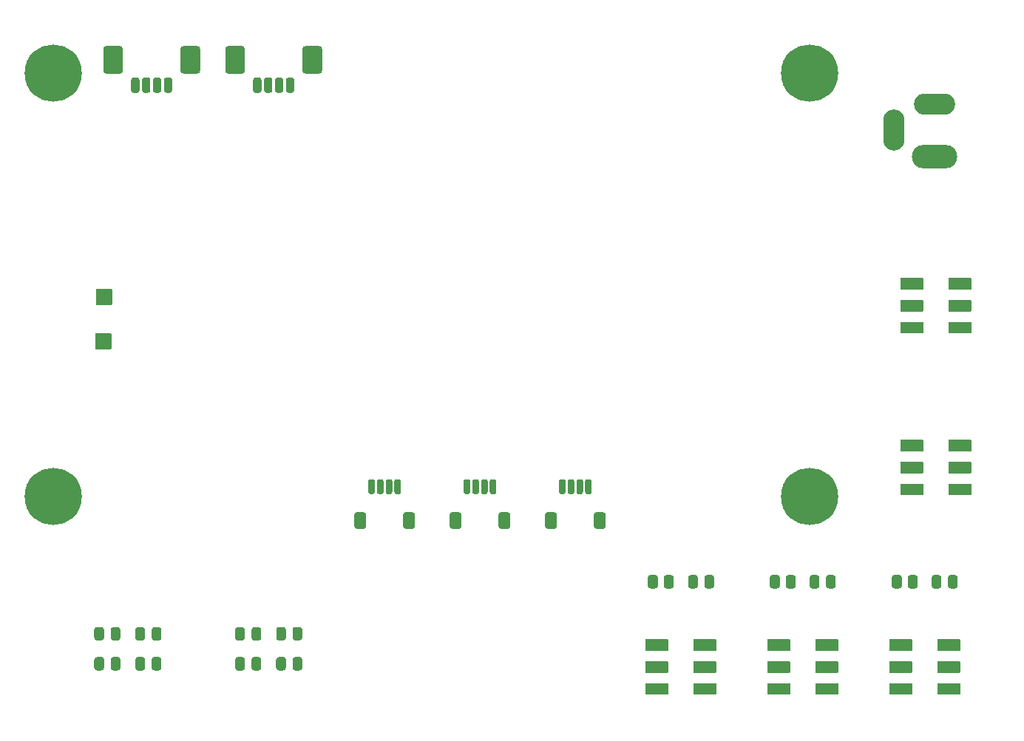
<source format=gts>
G04 #@! TF.GenerationSoftware,KiCad,Pcbnew,6.0.10-86aedd382b~118~ubuntu18.04.1*
G04 #@! TF.CreationDate,2024-12-31T19:53:44-07:00*
G04 #@! TF.ProjectId,ckt-iiab-test,636b742d-6969-4616-922d-746573742e6b,rev?*
G04 #@! TF.SameCoordinates,Original*
G04 #@! TF.FileFunction,Soldermask,Top*
G04 #@! TF.FilePolarity,Negative*
%FSLAX46Y46*%
G04 Gerber Fmt 4.6, Leading zero omitted, Abs format (unit mm)*
G04 Created by KiCad (PCBNEW 6.0.10-86aedd382b~118~ubuntu18.04.1) date 2024-12-31 19:53:44*
%MOMM*%
%LPD*%
G01*
G04 APERTURE LIST*
%ADD10C,6.552400*%
%ADD11O,5.204000X2.704000*%
%ADD12O,4.704000X2.454000*%
%ADD13O,2.454000X4.704000*%
G04 APERTURE END LIST*
G36*
G01*
X95442200Y-71142000D02*
X95442200Y-72342000D01*
G75*
G02*
X95166000Y-72618200I-276200J0D01*
G01*
X94766000Y-72618200D01*
G75*
G02*
X94489800Y-72342000I0J276200D01*
G01*
X94489800Y-71142000D01*
G75*
G02*
X94766000Y-70865800I276200J0D01*
G01*
X95166000Y-70865800D01*
G75*
G02*
X95442200Y-71142000I0J-276200D01*
G01*
G37*
G36*
G01*
X94192200Y-71142000D02*
X94192200Y-72342000D01*
G75*
G02*
X93916000Y-72618200I-276200J0D01*
G01*
X93516000Y-72618200D01*
G75*
G02*
X93239800Y-72342000I0J276200D01*
G01*
X93239800Y-71142000D01*
G75*
G02*
X93516000Y-70865800I276200J0D01*
G01*
X93916000Y-70865800D01*
G75*
G02*
X94192200Y-71142000I0J-276200D01*
G01*
G37*
G36*
G01*
X92942200Y-71142000D02*
X92942200Y-72342000D01*
G75*
G02*
X92666000Y-72618200I-276200J0D01*
G01*
X92266000Y-72618200D01*
G75*
G02*
X91989800Y-72342000I0J276200D01*
G01*
X91989800Y-71142000D01*
G75*
G02*
X92266000Y-70865800I276200J0D01*
G01*
X92666000Y-70865800D01*
G75*
G02*
X92942200Y-71142000I0J-276200D01*
G01*
G37*
G36*
G01*
X91692200Y-71142000D02*
X91692200Y-72342000D01*
G75*
G02*
X91416000Y-72618200I-276200J0D01*
G01*
X91016000Y-72618200D01*
G75*
G02*
X90739800Y-72342000I0J276200D01*
G01*
X90739800Y-71142000D01*
G75*
G02*
X91016000Y-70865800I276200J0D01*
G01*
X91416000Y-70865800D01*
G75*
G02*
X91692200Y-71142000I0J-276200D01*
G01*
G37*
G36*
G01*
X89792200Y-67592001D02*
X89792200Y-70091999D01*
G75*
G02*
X89465999Y-70418200I-326201J0D01*
G01*
X87866001Y-70418200D01*
G75*
G02*
X87539800Y-70091999I0J326201D01*
G01*
X87539800Y-67592001D01*
G75*
G02*
X87866001Y-67265800I326201J0D01*
G01*
X89465999Y-67265800D01*
G75*
G02*
X89792200Y-67592001I0J-326201D01*
G01*
G37*
G36*
G01*
X98642200Y-67592001D02*
X98642200Y-70091999D01*
G75*
G02*
X98315999Y-70418200I-326201J0D01*
G01*
X96716001Y-70418200D01*
G75*
G02*
X96389800Y-70091999I0J326201D01*
G01*
X96389800Y-67592001D01*
G75*
G02*
X96716001Y-67265800I326201J0D01*
G01*
X98315999Y-67265800D01*
G75*
G02*
X98642200Y-67592001I0J-326201D01*
G01*
G37*
D10*
X168402000Y-118872000D03*
G36*
G01*
X128806800Y-118386000D02*
X128806800Y-117136000D01*
G75*
G02*
X129033000Y-116909800I226200J0D01*
G01*
X129333000Y-116909800D01*
G75*
G02*
X129559200Y-117136000I0J-226200D01*
G01*
X129559200Y-118386000D01*
G75*
G02*
X129333000Y-118612200I-226200J0D01*
G01*
X129033000Y-118612200D01*
G75*
G02*
X128806800Y-118386000I0J226200D01*
G01*
G37*
G36*
G01*
X129806800Y-118386000D02*
X129806800Y-117136000D01*
G75*
G02*
X130033000Y-116909800I226200J0D01*
G01*
X130333000Y-116909800D01*
G75*
G02*
X130559200Y-117136000I0J-226200D01*
G01*
X130559200Y-118386000D01*
G75*
G02*
X130333000Y-118612200I-226200J0D01*
G01*
X130033000Y-118612200D01*
G75*
G02*
X129806800Y-118386000I0J226200D01*
G01*
G37*
G36*
G01*
X130806800Y-118386000D02*
X130806800Y-117136000D01*
G75*
G02*
X131033000Y-116909800I226200J0D01*
G01*
X131333000Y-116909800D01*
G75*
G02*
X131559200Y-117136000I0J-226200D01*
G01*
X131559200Y-118386000D01*
G75*
G02*
X131333000Y-118612200I-226200J0D01*
G01*
X131033000Y-118612200D01*
G75*
G02*
X130806800Y-118386000I0J226200D01*
G01*
G37*
G36*
G01*
X131806800Y-118386000D02*
X131806800Y-117136000D01*
G75*
G02*
X132033000Y-116909800I226200J0D01*
G01*
X132333000Y-116909800D01*
G75*
G02*
X132559200Y-117136000I0J-226200D01*
G01*
X132559200Y-118386000D01*
G75*
G02*
X132333000Y-118612200I-226200J0D01*
G01*
X132033000Y-118612200D01*
G75*
G02*
X131806800Y-118386000I0J226200D01*
G01*
G37*
G36*
G01*
X127206800Y-122286000D02*
X127206800Y-120986000D01*
G75*
G02*
X127533000Y-120659800I326200J0D01*
G01*
X128233000Y-120659800D01*
G75*
G02*
X128559200Y-120986000I0J-326200D01*
G01*
X128559200Y-122286000D01*
G75*
G02*
X128233000Y-122612200I-326200J0D01*
G01*
X127533000Y-122612200D01*
G75*
G02*
X127206800Y-122286000I0J326200D01*
G01*
G37*
G36*
G01*
X132806800Y-122286000D02*
X132806800Y-120986000D01*
G75*
G02*
X133133000Y-120659800I326200J0D01*
G01*
X133833000Y-120659800D01*
G75*
G02*
X134159200Y-120986000I0J-326200D01*
G01*
X134159200Y-122286000D01*
G75*
G02*
X133833000Y-122612200I-326200J0D01*
G01*
X133133000Y-122612200D01*
G75*
G02*
X132806800Y-122286000I0J326200D01*
G01*
G37*
X168402000Y-70358000D03*
G36*
G01*
X180825200Y-128201000D02*
X180825200Y-129101000D01*
G75*
G02*
X180499000Y-129427200I-326200J0D01*
G01*
X179974000Y-129427200D01*
G75*
G02*
X179647800Y-129101000I0J326200D01*
G01*
X179647800Y-128201000D01*
G75*
G02*
X179974000Y-127874800I326200J0D01*
G01*
X180499000Y-127874800D01*
G75*
G02*
X180825200Y-128201000I0J-326200D01*
G01*
G37*
G36*
G01*
X179000200Y-128201000D02*
X179000200Y-129101000D01*
G75*
G02*
X178674000Y-129427200I-326200J0D01*
G01*
X178149000Y-129427200D01*
G75*
G02*
X177822800Y-129101000I0J326200D01*
G01*
X177822800Y-128201000D01*
G75*
G02*
X178149000Y-127874800I326200J0D01*
G01*
X178674000Y-127874800D01*
G75*
G02*
X179000200Y-128201000I0J-326200D01*
G01*
G37*
G36*
G01*
X152885200Y-128201000D02*
X152885200Y-129101000D01*
G75*
G02*
X152559000Y-129427200I-326200J0D01*
G01*
X152034000Y-129427200D01*
G75*
G02*
X151707800Y-129101000I0J326200D01*
G01*
X151707800Y-128201000D01*
G75*
G02*
X152034000Y-127874800I326200J0D01*
G01*
X152559000Y-127874800D01*
G75*
G02*
X152885200Y-128201000I0J-326200D01*
G01*
G37*
G36*
G01*
X151060200Y-128201000D02*
X151060200Y-129101000D01*
G75*
G02*
X150734000Y-129427200I-326200J0D01*
G01*
X150209000Y-129427200D01*
G75*
G02*
X149882800Y-129101000I0J326200D01*
G01*
X149882800Y-128201000D01*
G75*
G02*
X150209000Y-127874800I326200J0D01*
G01*
X150734000Y-127874800D01*
G75*
G02*
X151060200Y-128201000I0J-326200D01*
G01*
G37*
G36*
G01*
X86509800Y-135076250D02*
X86509800Y-134163750D01*
G75*
G02*
X86829750Y-133843800I319950J0D01*
G01*
X87317250Y-133843800D01*
G75*
G02*
X87637200Y-134163750I0J-319950D01*
G01*
X87637200Y-135076250D01*
G75*
G02*
X87317250Y-135396200I-319950J0D01*
G01*
X86829750Y-135396200D01*
G75*
G02*
X86509800Y-135076250I0J319950D01*
G01*
G37*
G36*
G01*
X88384800Y-135076250D02*
X88384800Y-134163750D01*
G75*
G02*
X88704750Y-133843800I319950J0D01*
G01*
X89192250Y-133843800D01*
G75*
G02*
X89512200Y-134163750I0J-319950D01*
G01*
X89512200Y-135076250D01*
G75*
G02*
X89192250Y-135396200I-319950J0D01*
G01*
X88704750Y-135396200D01*
G75*
G02*
X88384800Y-135076250I0J319950D01*
G01*
G37*
X81788000Y-118872000D03*
X81788000Y-70358000D03*
G36*
G01*
X171716700Y-140333100D02*
X171716700Y-141526900D01*
G75*
G02*
X171640500Y-141603100I-76200J0D01*
G01*
X169151300Y-141603100D01*
G75*
G02*
X169075100Y-141526900I0J76200D01*
G01*
X169075100Y-140333100D01*
G75*
G02*
X169151300Y-140256900I76200J0D01*
G01*
X171640500Y-140256900D01*
G75*
G02*
X171716700Y-140333100I0J-76200D01*
G01*
G37*
G36*
G01*
X171716700Y-137833100D02*
X171716700Y-139026900D01*
G75*
G02*
X171640500Y-139103100I-76200J0D01*
G01*
X169151300Y-139103100D01*
G75*
G02*
X169075100Y-139026900I0J76200D01*
G01*
X169075100Y-137833100D01*
G75*
G02*
X169151300Y-137756900I76200J0D01*
G01*
X171640500Y-137756900D01*
G75*
G02*
X171716700Y-137833100I0J-76200D01*
G01*
G37*
G36*
G01*
X171716700Y-135333100D02*
X171716700Y-136526900D01*
G75*
G02*
X171640500Y-136603100I-76200J0D01*
G01*
X169151300Y-136603100D01*
G75*
G02*
X169075100Y-136526900I0J76200D01*
G01*
X169075100Y-135333100D01*
G75*
G02*
X169151300Y-135256900I76200J0D01*
G01*
X171640500Y-135256900D01*
G75*
G02*
X171716700Y-135333100I0J-76200D01*
G01*
G37*
G36*
G01*
X166204900Y-140333100D02*
X166204900Y-141526900D01*
G75*
G02*
X166128700Y-141603100I-76200J0D01*
G01*
X163639500Y-141603100D01*
G75*
G02*
X163563300Y-141526900I0J76200D01*
G01*
X163563300Y-140333100D01*
G75*
G02*
X163639500Y-140256900I76200J0D01*
G01*
X166128700Y-140256900D01*
G75*
G02*
X166204900Y-140333100I0J-76200D01*
G01*
G37*
G36*
G01*
X166204900Y-137833100D02*
X166204900Y-139026900D01*
G75*
G02*
X166128700Y-139103100I-76200J0D01*
G01*
X163639500Y-139103100D01*
G75*
G02*
X163563300Y-139026900I0J76200D01*
G01*
X163563300Y-137833100D01*
G75*
G02*
X163639500Y-137756900I76200J0D01*
G01*
X166128700Y-137756900D01*
G75*
G02*
X166204900Y-137833100I0J-76200D01*
G01*
G37*
G36*
G01*
X166204900Y-135333100D02*
X166204900Y-136526900D01*
G75*
G02*
X166128700Y-136603100I-76200J0D01*
G01*
X163639500Y-136603100D01*
G75*
G02*
X163563300Y-136526900I0J76200D01*
G01*
X163563300Y-135333100D01*
G75*
G02*
X163639500Y-135256900I76200J0D01*
G01*
X166128700Y-135256900D01*
G75*
G02*
X166204900Y-135333100I0J-76200D01*
G01*
G37*
G36*
G01*
X94211200Y-137592750D02*
X94211200Y-138505250D01*
G75*
G02*
X93891250Y-138825200I-319950J0D01*
G01*
X93403750Y-138825200D01*
G75*
G02*
X93083800Y-138505250I0J319950D01*
G01*
X93083800Y-137592750D01*
G75*
G02*
X93403750Y-137272800I319950J0D01*
G01*
X93891250Y-137272800D01*
G75*
G02*
X94211200Y-137592750I0J-319950D01*
G01*
G37*
G36*
G01*
X92336200Y-137592750D02*
X92336200Y-138505250D01*
G75*
G02*
X92016250Y-138825200I-319950J0D01*
G01*
X91528750Y-138825200D01*
G75*
G02*
X91208800Y-138505250I0J319950D01*
G01*
X91208800Y-137592750D01*
G75*
G02*
X91528750Y-137272800I319950J0D01*
G01*
X92016250Y-137272800D01*
G75*
G02*
X92336200Y-137592750I0J-319950D01*
G01*
G37*
G36*
G01*
X185397200Y-128194750D02*
X185397200Y-129107250D01*
G75*
G02*
X185077250Y-129427200I-319950J0D01*
G01*
X184589750Y-129427200D01*
G75*
G02*
X184269800Y-129107250I0J319950D01*
G01*
X184269800Y-128194750D01*
G75*
G02*
X184589750Y-127874800I319950J0D01*
G01*
X185077250Y-127874800D01*
G75*
G02*
X185397200Y-128194750I0J-319950D01*
G01*
G37*
G36*
G01*
X183522200Y-128194750D02*
X183522200Y-129107250D01*
G75*
G02*
X183202250Y-129427200I-319950J0D01*
G01*
X182714750Y-129427200D01*
G75*
G02*
X182394800Y-129107250I0J319950D01*
G01*
X182394800Y-128194750D01*
G75*
G02*
X182714750Y-127874800I319950J0D01*
G01*
X183202250Y-127874800D01*
G75*
G02*
X183522200Y-128194750I0J-319950D01*
G01*
G37*
G36*
G01*
X110340200Y-137592750D02*
X110340200Y-138505250D01*
G75*
G02*
X110020250Y-138825200I-319950J0D01*
G01*
X109532750Y-138825200D01*
G75*
G02*
X109212800Y-138505250I0J319950D01*
G01*
X109212800Y-137592750D01*
G75*
G02*
X109532750Y-137272800I319950J0D01*
G01*
X110020250Y-137272800D01*
G75*
G02*
X110340200Y-137592750I0J-319950D01*
G01*
G37*
G36*
G01*
X108465200Y-137592750D02*
X108465200Y-138505250D01*
G75*
G02*
X108145250Y-138825200I-319950J0D01*
G01*
X107657750Y-138825200D01*
G75*
G02*
X107337800Y-138505250I0J319950D01*
G01*
X107337800Y-137592750D01*
G75*
G02*
X107657750Y-137272800I319950J0D01*
G01*
X108145250Y-137272800D01*
G75*
G02*
X108465200Y-137592750I0J-319950D01*
G01*
G37*
G36*
G01*
X171427200Y-128194750D02*
X171427200Y-129107250D01*
G75*
G02*
X171107250Y-129427200I-319950J0D01*
G01*
X170619750Y-129427200D01*
G75*
G02*
X170299800Y-129107250I0J319950D01*
G01*
X170299800Y-128194750D01*
G75*
G02*
X170619750Y-127874800I319950J0D01*
G01*
X171107250Y-127874800D01*
G75*
G02*
X171427200Y-128194750I0J-319950D01*
G01*
G37*
G36*
G01*
X169552200Y-128194750D02*
X169552200Y-129107250D01*
G75*
G02*
X169232250Y-129427200I-319950J0D01*
G01*
X168744750Y-129427200D01*
G75*
G02*
X168424800Y-129107250I0J319950D01*
G01*
X168424800Y-128194750D01*
G75*
G02*
X168744750Y-127874800I319950J0D01*
G01*
X169232250Y-127874800D01*
G75*
G02*
X169552200Y-128194750I0J-319950D01*
G01*
G37*
G36*
G01*
X117884800Y-118386000D02*
X117884800Y-117136000D01*
G75*
G02*
X118111000Y-116909800I226200J0D01*
G01*
X118411000Y-116909800D01*
G75*
G02*
X118637200Y-117136000I0J-226200D01*
G01*
X118637200Y-118386000D01*
G75*
G02*
X118411000Y-118612200I-226200J0D01*
G01*
X118111000Y-118612200D01*
G75*
G02*
X117884800Y-118386000I0J226200D01*
G01*
G37*
G36*
G01*
X118884800Y-118386000D02*
X118884800Y-117136000D01*
G75*
G02*
X119111000Y-116909800I226200J0D01*
G01*
X119411000Y-116909800D01*
G75*
G02*
X119637200Y-117136000I0J-226200D01*
G01*
X119637200Y-118386000D01*
G75*
G02*
X119411000Y-118612200I-226200J0D01*
G01*
X119111000Y-118612200D01*
G75*
G02*
X118884800Y-118386000I0J226200D01*
G01*
G37*
G36*
G01*
X119884800Y-118386000D02*
X119884800Y-117136000D01*
G75*
G02*
X120111000Y-116909800I226200J0D01*
G01*
X120411000Y-116909800D01*
G75*
G02*
X120637200Y-117136000I0J-226200D01*
G01*
X120637200Y-118386000D01*
G75*
G02*
X120411000Y-118612200I-226200J0D01*
G01*
X120111000Y-118612200D01*
G75*
G02*
X119884800Y-118386000I0J226200D01*
G01*
G37*
G36*
G01*
X120884800Y-118386000D02*
X120884800Y-117136000D01*
G75*
G02*
X121111000Y-116909800I226200J0D01*
G01*
X121411000Y-116909800D01*
G75*
G02*
X121637200Y-117136000I0J-226200D01*
G01*
X121637200Y-118386000D01*
G75*
G02*
X121411000Y-118612200I-226200J0D01*
G01*
X121111000Y-118612200D01*
G75*
G02*
X120884800Y-118386000I0J226200D01*
G01*
G37*
G36*
G01*
X116284800Y-122286000D02*
X116284800Y-120986000D01*
G75*
G02*
X116611000Y-120659800I326200J0D01*
G01*
X117311000Y-120659800D01*
G75*
G02*
X117637200Y-120986000I0J-326200D01*
G01*
X117637200Y-122286000D01*
G75*
G02*
X117311000Y-122612200I-326200J0D01*
G01*
X116611000Y-122612200D01*
G75*
G02*
X116284800Y-122286000I0J326200D01*
G01*
G37*
G36*
G01*
X121884800Y-122286000D02*
X121884800Y-120986000D01*
G75*
G02*
X122211000Y-120659800I326200J0D01*
G01*
X122911000Y-120659800D01*
G75*
G02*
X123237200Y-120986000I0J-326200D01*
G01*
X123237200Y-122286000D01*
G75*
G02*
X122911000Y-122612200I-326200J0D01*
G01*
X122211000Y-122612200D01*
G75*
G02*
X121884800Y-122286000I0J326200D01*
G01*
G37*
G36*
G01*
X107342800Y-135068250D02*
X107342800Y-134155750D01*
G75*
G02*
X107662750Y-133835800I319950J0D01*
G01*
X108150250Y-133835800D01*
G75*
G02*
X108470200Y-134155750I0J-319950D01*
G01*
X108470200Y-135068250D01*
G75*
G02*
X108150250Y-135388200I-319950J0D01*
G01*
X107662750Y-135388200D01*
G75*
G02*
X107342800Y-135068250I0J319950D01*
G01*
G37*
G36*
G01*
X109217800Y-135068250D02*
X109217800Y-134155750D01*
G75*
G02*
X109537750Y-133835800I319950J0D01*
G01*
X110025250Y-133835800D01*
G75*
G02*
X110345200Y-134155750I0J-319950D01*
G01*
X110345200Y-135068250D01*
G75*
G02*
X110025250Y-135388200I-319950J0D01*
G01*
X109537750Y-135388200D01*
G75*
G02*
X109217800Y-135068250I0J319950D01*
G01*
G37*
G36*
G01*
X109412200Y-71142000D02*
X109412200Y-72342000D01*
G75*
G02*
X109136000Y-72618200I-276200J0D01*
G01*
X108736000Y-72618200D01*
G75*
G02*
X108459800Y-72342000I0J276200D01*
G01*
X108459800Y-71142000D01*
G75*
G02*
X108736000Y-70865800I276200J0D01*
G01*
X109136000Y-70865800D01*
G75*
G02*
X109412200Y-71142000I0J-276200D01*
G01*
G37*
G36*
G01*
X108162200Y-71142000D02*
X108162200Y-72342000D01*
G75*
G02*
X107886000Y-72618200I-276200J0D01*
G01*
X107486000Y-72618200D01*
G75*
G02*
X107209800Y-72342000I0J276200D01*
G01*
X107209800Y-71142000D01*
G75*
G02*
X107486000Y-70865800I276200J0D01*
G01*
X107886000Y-70865800D01*
G75*
G02*
X108162200Y-71142000I0J-276200D01*
G01*
G37*
G36*
G01*
X106912200Y-71142000D02*
X106912200Y-72342000D01*
G75*
G02*
X106636000Y-72618200I-276200J0D01*
G01*
X106236000Y-72618200D01*
G75*
G02*
X105959800Y-72342000I0J276200D01*
G01*
X105959800Y-71142000D01*
G75*
G02*
X106236000Y-70865800I276200J0D01*
G01*
X106636000Y-70865800D01*
G75*
G02*
X106912200Y-71142000I0J-276200D01*
G01*
G37*
G36*
G01*
X105662200Y-71142000D02*
X105662200Y-72342000D01*
G75*
G02*
X105386000Y-72618200I-276200J0D01*
G01*
X104986000Y-72618200D01*
G75*
G02*
X104709800Y-72342000I0J276200D01*
G01*
X104709800Y-71142000D01*
G75*
G02*
X104986000Y-70865800I276200J0D01*
G01*
X105386000Y-70865800D01*
G75*
G02*
X105662200Y-71142000I0J-276200D01*
G01*
G37*
G36*
G01*
X103762200Y-67592001D02*
X103762200Y-70091999D01*
G75*
G02*
X103435999Y-70418200I-326201J0D01*
G01*
X101836001Y-70418200D01*
G75*
G02*
X101509800Y-70091999I0J326201D01*
G01*
X101509800Y-67592001D01*
G75*
G02*
X101836001Y-67265800I326201J0D01*
G01*
X103435999Y-67265800D01*
G75*
G02*
X103762200Y-67592001I0J-326201D01*
G01*
G37*
G36*
G01*
X112612200Y-67592001D02*
X112612200Y-70091999D01*
G75*
G02*
X112285999Y-70418200I-326201J0D01*
G01*
X110686001Y-70418200D01*
G75*
G02*
X110359800Y-70091999I0J326201D01*
G01*
X110359800Y-67592001D01*
G75*
G02*
X110686001Y-67265800I326201J0D01*
G01*
X112285999Y-67265800D01*
G75*
G02*
X112612200Y-67592001I0J-326201D01*
G01*
G37*
G36*
G01*
X178803300Y-95124900D02*
X178803300Y-93931100D01*
G75*
G02*
X178879500Y-93854900I76200J0D01*
G01*
X181368700Y-93854900D01*
G75*
G02*
X181444900Y-93931100I0J-76200D01*
G01*
X181444900Y-95124900D01*
G75*
G02*
X181368700Y-95201100I-76200J0D01*
G01*
X178879500Y-95201100D01*
G75*
G02*
X178803300Y-95124900I0J76200D01*
G01*
G37*
G36*
G01*
X178803300Y-97624900D02*
X178803300Y-96431100D01*
G75*
G02*
X178879500Y-96354900I76200J0D01*
G01*
X181368700Y-96354900D01*
G75*
G02*
X181444900Y-96431100I0J-76200D01*
G01*
X181444900Y-97624900D01*
G75*
G02*
X181368700Y-97701100I-76200J0D01*
G01*
X178879500Y-97701100D01*
G75*
G02*
X178803300Y-97624900I0J76200D01*
G01*
G37*
G36*
G01*
X178803300Y-100124900D02*
X178803300Y-98931100D01*
G75*
G02*
X178879500Y-98854900I76200J0D01*
G01*
X181368700Y-98854900D01*
G75*
G02*
X181444900Y-98931100I0J-76200D01*
G01*
X181444900Y-100124900D01*
G75*
G02*
X181368700Y-100201100I-76200J0D01*
G01*
X178879500Y-100201100D01*
G75*
G02*
X178803300Y-100124900I0J76200D01*
G01*
G37*
G36*
G01*
X184315100Y-95124900D02*
X184315100Y-93931100D01*
G75*
G02*
X184391300Y-93854900I76200J0D01*
G01*
X186880500Y-93854900D01*
G75*
G02*
X186956700Y-93931100I0J-76200D01*
G01*
X186956700Y-95124900D01*
G75*
G02*
X186880500Y-95201100I-76200J0D01*
G01*
X184391300Y-95201100D01*
G75*
G02*
X184315100Y-95124900I0J76200D01*
G01*
G37*
G36*
G01*
X184315100Y-97624900D02*
X184315100Y-96431100D01*
G75*
G02*
X184391300Y-96354900I76200J0D01*
G01*
X186880500Y-96354900D01*
G75*
G02*
X186956700Y-96431100I0J-76200D01*
G01*
X186956700Y-97624900D01*
G75*
G02*
X186880500Y-97701100I-76200J0D01*
G01*
X184391300Y-97701100D01*
G75*
G02*
X184315100Y-97624900I0J76200D01*
G01*
G37*
G36*
G01*
X184315100Y-100124900D02*
X184315100Y-98931100D01*
G75*
G02*
X184391300Y-98854900I76200J0D01*
G01*
X186880500Y-98854900D01*
G75*
G02*
X186956700Y-98931100I0J-76200D01*
G01*
X186956700Y-100124900D01*
G75*
G02*
X186880500Y-100201100I-76200J0D01*
G01*
X184391300Y-100201100D01*
G75*
G02*
X184315100Y-100124900I0J76200D01*
G01*
G37*
G36*
G01*
X89512200Y-137592750D02*
X89512200Y-138505250D01*
G75*
G02*
X89192250Y-138825200I-319950J0D01*
G01*
X88704750Y-138825200D01*
G75*
G02*
X88384800Y-138505250I0J319950D01*
G01*
X88384800Y-137592750D01*
G75*
G02*
X88704750Y-137272800I319950J0D01*
G01*
X89192250Y-137272800D01*
G75*
G02*
X89512200Y-137592750I0J-319950D01*
G01*
G37*
G36*
G01*
X87637200Y-137592750D02*
X87637200Y-138505250D01*
G75*
G02*
X87317250Y-138825200I-319950J0D01*
G01*
X86829750Y-138825200D01*
G75*
G02*
X86509800Y-138505250I0J319950D01*
G01*
X86509800Y-137592750D01*
G75*
G02*
X86829750Y-137272800I319950J0D01*
G01*
X87317250Y-137272800D01*
G75*
G02*
X87637200Y-137592750I0J-319950D01*
G01*
G37*
G36*
G01*
X157505700Y-128194750D02*
X157505700Y-129107250D01*
G75*
G02*
X157185750Y-129427200I-319950J0D01*
G01*
X156698250Y-129427200D01*
G75*
G02*
X156378300Y-129107250I0J319950D01*
G01*
X156378300Y-128194750D01*
G75*
G02*
X156698250Y-127874800I319950J0D01*
G01*
X157185750Y-127874800D01*
G75*
G02*
X157505700Y-128194750I0J-319950D01*
G01*
G37*
G36*
G01*
X155630700Y-128194750D02*
X155630700Y-129107250D01*
G75*
G02*
X155310750Y-129427200I-319950J0D01*
G01*
X154823250Y-129427200D01*
G75*
G02*
X154503300Y-129107250I0J319950D01*
G01*
X154503300Y-128194750D01*
G75*
G02*
X154823250Y-127874800I319950J0D01*
G01*
X155310750Y-127874800D01*
G75*
G02*
X155630700Y-128194750I0J-319950D01*
G01*
G37*
G36*
G01*
X166855200Y-128201000D02*
X166855200Y-129101000D01*
G75*
G02*
X166529000Y-129427200I-326200J0D01*
G01*
X166004000Y-129427200D01*
G75*
G02*
X165677800Y-129101000I0J326200D01*
G01*
X165677800Y-128201000D01*
G75*
G02*
X166004000Y-127874800I326200J0D01*
G01*
X166529000Y-127874800D01*
G75*
G02*
X166855200Y-128201000I0J-326200D01*
G01*
G37*
G36*
G01*
X165030200Y-128201000D02*
X165030200Y-129101000D01*
G75*
G02*
X164704000Y-129427200I-326200J0D01*
G01*
X164179000Y-129427200D01*
G75*
G02*
X163852800Y-129101000I0J326200D01*
G01*
X163852800Y-128201000D01*
G75*
G02*
X164179000Y-127874800I326200J0D01*
G01*
X164704000Y-127874800D01*
G75*
G02*
X165030200Y-128201000I0J-326200D01*
G01*
G37*
G36*
G01*
X91208800Y-135076250D02*
X91208800Y-134163750D01*
G75*
G02*
X91528750Y-133843800I319950J0D01*
G01*
X92016250Y-133843800D01*
G75*
G02*
X92336200Y-134163750I0J-319950D01*
G01*
X92336200Y-135076250D01*
G75*
G02*
X92016250Y-135396200I-319950J0D01*
G01*
X91528750Y-135396200D01*
G75*
G02*
X91208800Y-135076250I0J319950D01*
G01*
G37*
G36*
G01*
X93083800Y-135076250D02*
X93083800Y-134163750D01*
G75*
G02*
X93403750Y-133843800I319950J0D01*
G01*
X93891250Y-133843800D01*
G75*
G02*
X94211200Y-134163750I0J-319950D01*
G01*
X94211200Y-135076250D01*
G75*
G02*
X93891250Y-135396200I-319950J0D01*
G01*
X93403750Y-135396200D01*
G75*
G02*
X93083800Y-135076250I0J319950D01*
G01*
G37*
D11*
X182753000Y-79906000D03*
D12*
X182753000Y-73906000D03*
D13*
X178053000Y-76906000D03*
G36*
G01*
X178803300Y-113666900D02*
X178803300Y-112473100D01*
G75*
G02*
X178879500Y-112396900I76200J0D01*
G01*
X181368700Y-112396900D01*
G75*
G02*
X181444900Y-112473100I0J-76200D01*
G01*
X181444900Y-113666900D01*
G75*
G02*
X181368700Y-113743100I-76200J0D01*
G01*
X178879500Y-113743100D01*
G75*
G02*
X178803300Y-113666900I0J76200D01*
G01*
G37*
G36*
G01*
X178803300Y-116166900D02*
X178803300Y-114973100D01*
G75*
G02*
X178879500Y-114896900I76200J0D01*
G01*
X181368700Y-114896900D01*
G75*
G02*
X181444900Y-114973100I0J-76200D01*
G01*
X181444900Y-116166900D01*
G75*
G02*
X181368700Y-116243100I-76200J0D01*
G01*
X178879500Y-116243100D01*
G75*
G02*
X178803300Y-116166900I0J76200D01*
G01*
G37*
G36*
G01*
X178803300Y-118666900D02*
X178803300Y-117473100D01*
G75*
G02*
X178879500Y-117396900I76200J0D01*
G01*
X181368700Y-117396900D01*
G75*
G02*
X181444900Y-117473100I0J-76200D01*
G01*
X181444900Y-118666900D01*
G75*
G02*
X181368700Y-118743100I-76200J0D01*
G01*
X178879500Y-118743100D01*
G75*
G02*
X178803300Y-118666900I0J76200D01*
G01*
G37*
G36*
G01*
X184315100Y-113666900D02*
X184315100Y-112473100D01*
G75*
G02*
X184391300Y-112396900I76200J0D01*
G01*
X186880500Y-112396900D01*
G75*
G02*
X186956700Y-112473100I0J-76200D01*
G01*
X186956700Y-113666900D01*
G75*
G02*
X186880500Y-113743100I-76200J0D01*
G01*
X184391300Y-113743100D01*
G75*
G02*
X184315100Y-113666900I0J76200D01*
G01*
G37*
G36*
G01*
X184315100Y-116166900D02*
X184315100Y-114973100D01*
G75*
G02*
X184391300Y-114896900I76200J0D01*
G01*
X186880500Y-114896900D01*
G75*
G02*
X186956700Y-114973100I0J-76200D01*
G01*
X186956700Y-116166900D01*
G75*
G02*
X186880500Y-116243100I-76200J0D01*
G01*
X184391300Y-116243100D01*
G75*
G02*
X184315100Y-116166900I0J76200D01*
G01*
G37*
G36*
G01*
X184315100Y-118666900D02*
X184315100Y-117473100D01*
G75*
G02*
X184391300Y-117396900I76200J0D01*
G01*
X186880500Y-117396900D01*
G75*
G02*
X186956700Y-117473100I0J-76200D01*
G01*
X186956700Y-118666900D01*
G75*
G02*
X186880500Y-118743100I-76200J0D01*
G01*
X184391300Y-118743100D01*
G75*
G02*
X184315100Y-118666900I0J76200D01*
G01*
G37*
G36*
G01*
X102638800Y-135076250D02*
X102638800Y-134163750D01*
G75*
G02*
X102958750Y-133843800I319950J0D01*
G01*
X103446250Y-133843800D01*
G75*
G02*
X103766200Y-134163750I0J-319950D01*
G01*
X103766200Y-135076250D01*
G75*
G02*
X103446250Y-135396200I-319950J0D01*
G01*
X102958750Y-135396200D01*
G75*
G02*
X102638800Y-135076250I0J319950D01*
G01*
G37*
G36*
G01*
X104513800Y-135076250D02*
X104513800Y-134163750D01*
G75*
G02*
X104833750Y-133843800I319950J0D01*
G01*
X105321250Y-133843800D01*
G75*
G02*
X105641200Y-134163750I0J-319950D01*
G01*
X105641200Y-135076250D01*
G75*
G02*
X105321250Y-135396200I-319950J0D01*
G01*
X104833750Y-135396200D01*
G75*
G02*
X104513800Y-135076250I0J319950D01*
G01*
G37*
G36*
G01*
X185686700Y-140333100D02*
X185686700Y-141526900D01*
G75*
G02*
X185610500Y-141603100I-76200J0D01*
G01*
X183121300Y-141603100D01*
G75*
G02*
X183045100Y-141526900I0J76200D01*
G01*
X183045100Y-140333100D01*
G75*
G02*
X183121300Y-140256900I76200J0D01*
G01*
X185610500Y-140256900D01*
G75*
G02*
X185686700Y-140333100I0J-76200D01*
G01*
G37*
G36*
G01*
X185686700Y-137833100D02*
X185686700Y-139026900D01*
G75*
G02*
X185610500Y-139103100I-76200J0D01*
G01*
X183121300Y-139103100D01*
G75*
G02*
X183045100Y-139026900I0J76200D01*
G01*
X183045100Y-137833100D01*
G75*
G02*
X183121300Y-137756900I76200J0D01*
G01*
X185610500Y-137756900D01*
G75*
G02*
X185686700Y-137833100I0J-76200D01*
G01*
G37*
G36*
G01*
X185686700Y-135333100D02*
X185686700Y-136526900D01*
G75*
G02*
X185610500Y-136603100I-76200J0D01*
G01*
X183121300Y-136603100D01*
G75*
G02*
X183045100Y-136526900I0J76200D01*
G01*
X183045100Y-135333100D01*
G75*
G02*
X183121300Y-135256900I76200J0D01*
G01*
X185610500Y-135256900D01*
G75*
G02*
X185686700Y-135333100I0J-76200D01*
G01*
G37*
G36*
G01*
X180174900Y-140333100D02*
X180174900Y-141526900D01*
G75*
G02*
X180098700Y-141603100I-76200J0D01*
G01*
X177609500Y-141603100D01*
G75*
G02*
X177533300Y-141526900I0J76200D01*
G01*
X177533300Y-140333100D01*
G75*
G02*
X177609500Y-140256900I76200J0D01*
G01*
X180098700Y-140256900D01*
G75*
G02*
X180174900Y-140333100I0J-76200D01*
G01*
G37*
G36*
G01*
X180174900Y-137833100D02*
X180174900Y-139026900D01*
G75*
G02*
X180098700Y-139103100I-76200J0D01*
G01*
X177609500Y-139103100D01*
G75*
G02*
X177533300Y-139026900I0J76200D01*
G01*
X177533300Y-137833100D01*
G75*
G02*
X177609500Y-137756900I76200J0D01*
G01*
X180098700Y-137756900D01*
G75*
G02*
X180174900Y-137833100I0J-76200D01*
G01*
G37*
G36*
G01*
X180174900Y-135333100D02*
X180174900Y-136526900D01*
G75*
G02*
X180098700Y-136603100I-76200J0D01*
G01*
X177609500Y-136603100D01*
G75*
G02*
X177533300Y-136526900I0J76200D01*
G01*
X177533300Y-135333100D01*
G75*
G02*
X177609500Y-135256900I76200J0D01*
G01*
X180098700Y-135256900D01*
G75*
G02*
X180174900Y-135333100I0J-76200D01*
G01*
G37*
G36*
G01*
X157746700Y-140333100D02*
X157746700Y-141526900D01*
G75*
G02*
X157670500Y-141603100I-76200J0D01*
G01*
X155181300Y-141603100D01*
G75*
G02*
X155105100Y-141526900I0J76200D01*
G01*
X155105100Y-140333100D01*
G75*
G02*
X155181300Y-140256900I76200J0D01*
G01*
X157670500Y-140256900D01*
G75*
G02*
X157746700Y-140333100I0J-76200D01*
G01*
G37*
G36*
G01*
X157746700Y-137833100D02*
X157746700Y-139026900D01*
G75*
G02*
X157670500Y-139103100I-76200J0D01*
G01*
X155181300Y-139103100D01*
G75*
G02*
X155105100Y-139026900I0J76200D01*
G01*
X155105100Y-137833100D01*
G75*
G02*
X155181300Y-137756900I76200J0D01*
G01*
X157670500Y-137756900D01*
G75*
G02*
X157746700Y-137833100I0J-76200D01*
G01*
G37*
G36*
G01*
X157746700Y-135333100D02*
X157746700Y-136526900D01*
G75*
G02*
X157670500Y-136603100I-76200J0D01*
G01*
X155181300Y-136603100D01*
G75*
G02*
X155105100Y-136526900I0J76200D01*
G01*
X155105100Y-135333100D01*
G75*
G02*
X155181300Y-135256900I76200J0D01*
G01*
X157670500Y-135256900D01*
G75*
G02*
X157746700Y-135333100I0J-76200D01*
G01*
G37*
G36*
G01*
X152234900Y-140333100D02*
X152234900Y-141526900D01*
G75*
G02*
X152158700Y-141603100I-76200J0D01*
G01*
X149669500Y-141603100D01*
G75*
G02*
X149593300Y-141526900I0J76200D01*
G01*
X149593300Y-140333100D01*
G75*
G02*
X149669500Y-140256900I76200J0D01*
G01*
X152158700Y-140256900D01*
G75*
G02*
X152234900Y-140333100I0J-76200D01*
G01*
G37*
G36*
G01*
X152234900Y-137833100D02*
X152234900Y-139026900D01*
G75*
G02*
X152158700Y-139103100I-76200J0D01*
G01*
X149669500Y-139103100D01*
G75*
G02*
X149593300Y-139026900I0J76200D01*
G01*
X149593300Y-137833100D01*
G75*
G02*
X149669500Y-137756900I76200J0D01*
G01*
X152158700Y-137756900D01*
G75*
G02*
X152234900Y-137833100I0J-76200D01*
G01*
G37*
G36*
G01*
X152234900Y-135333100D02*
X152234900Y-136526900D01*
G75*
G02*
X152158700Y-136603100I-76200J0D01*
G01*
X149669500Y-136603100D01*
G75*
G02*
X149593300Y-136526900I0J76200D01*
G01*
X149593300Y-135333100D01*
G75*
G02*
X149669500Y-135256900I76200J0D01*
G01*
X152158700Y-135256900D01*
G75*
G02*
X152234900Y-135333100I0J-76200D01*
G01*
G37*
G36*
G01*
X105641200Y-137592750D02*
X105641200Y-138505250D01*
G75*
G02*
X105321250Y-138825200I-319950J0D01*
G01*
X104833750Y-138825200D01*
G75*
G02*
X104513800Y-138505250I0J319950D01*
G01*
X104513800Y-137592750D01*
G75*
G02*
X104833750Y-137272800I319950J0D01*
G01*
X105321250Y-137272800D01*
G75*
G02*
X105641200Y-137592750I0J-319950D01*
G01*
G37*
G36*
G01*
X103766200Y-137592750D02*
X103766200Y-138505250D01*
G75*
G02*
X103446250Y-138825200I-319950J0D01*
G01*
X102958750Y-138825200D01*
G75*
G02*
X102638800Y-138505250I0J319950D01*
G01*
X102638800Y-137592750D01*
G75*
G02*
X102958750Y-137272800I319950J0D01*
G01*
X103446250Y-137272800D01*
G75*
G02*
X103766200Y-137592750I0J-319950D01*
G01*
G37*
G36*
G01*
X139728800Y-118386000D02*
X139728800Y-117136000D01*
G75*
G02*
X139955000Y-116909800I226200J0D01*
G01*
X140255000Y-116909800D01*
G75*
G02*
X140481200Y-117136000I0J-226200D01*
G01*
X140481200Y-118386000D01*
G75*
G02*
X140255000Y-118612200I-226200J0D01*
G01*
X139955000Y-118612200D01*
G75*
G02*
X139728800Y-118386000I0J226200D01*
G01*
G37*
G36*
G01*
X140728800Y-118386000D02*
X140728800Y-117136000D01*
G75*
G02*
X140955000Y-116909800I226200J0D01*
G01*
X141255000Y-116909800D01*
G75*
G02*
X141481200Y-117136000I0J-226200D01*
G01*
X141481200Y-118386000D01*
G75*
G02*
X141255000Y-118612200I-226200J0D01*
G01*
X140955000Y-118612200D01*
G75*
G02*
X140728800Y-118386000I0J226200D01*
G01*
G37*
G36*
G01*
X141728800Y-118386000D02*
X141728800Y-117136000D01*
G75*
G02*
X141955000Y-116909800I226200J0D01*
G01*
X142255000Y-116909800D01*
G75*
G02*
X142481200Y-117136000I0J-226200D01*
G01*
X142481200Y-118386000D01*
G75*
G02*
X142255000Y-118612200I-226200J0D01*
G01*
X141955000Y-118612200D01*
G75*
G02*
X141728800Y-118386000I0J226200D01*
G01*
G37*
G36*
G01*
X142728800Y-118386000D02*
X142728800Y-117136000D01*
G75*
G02*
X142955000Y-116909800I226200J0D01*
G01*
X143255000Y-116909800D01*
G75*
G02*
X143481200Y-117136000I0J-226200D01*
G01*
X143481200Y-118386000D01*
G75*
G02*
X143255000Y-118612200I-226200J0D01*
G01*
X142955000Y-118612200D01*
G75*
G02*
X142728800Y-118386000I0J226200D01*
G01*
G37*
G36*
G01*
X138128800Y-122286000D02*
X138128800Y-120986000D01*
G75*
G02*
X138455000Y-120659800I326200J0D01*
G01*
X139155000Y-120659800D01*
G75*
G02*
X139481200Y-120986000I0J-326200D01*
G01*
X139481200Y-122286000D01*
G75*
G02*
X139155000Y-122612200I-326200J0D01*
G01*
X138455000Y-122612200D01*
G75*
G02*
X138128800Y-122286000I0J326200D01*
G01*
G37*
G36*
G01*
X143728800Y-122286000D02*
X143728800Y-120986000D01*
G75*
G02*
X144055000Y-120659800I326200J0D01*
G01*
X144755000Y-120659800D01*
G75*
G02*
X145081200Y-120986000I0J-326200D01*
G01*
X145081200Y-122286000D01*
G75*
G02*
X144755000Y-122612200I-326200J0D01*
G01*
X144055000Y-122612200D01*
G75*
G02*
X143728800Y-122286000I0J326200D01*
G01*
G37*
G36*
G01*
X86623790Y-101942000D02*
X86623790Y-100242000D01*
G75*
G02*
X86699990Y-100165800I76200J0D01*
G01*
X88399990Y-100165800D01*
G75*
G02*
X88476190Y-100242000I0J-76200D01*
G01*
X88476190Y-101942000D01*
G75*
G02*
X88399990Y-102018200I-76200J0D01*
G01*
X86699990Y-102018200D01*
G75*
G02*
X86623790Y-101942000I0J76200D01*
G01*
G37*
G36*
G01*
X86703800Y-96862000D02*
X86703800Y-95162000D01*
G75*
G02*
X86780000Y-95085800I76200J0D01*
G01*
X88480000Y-95085800D01*
G75*
G02*
X88556200Y-95162000I0J-76200D01*
G01*
X88556200Y-96862000D01*
G75*
G02*
X88480000Y-96938200I-76200J0D01*
G01*
X86780000Y-96938200D01*
G75*
G02*
X86703800Y-96862000I0J76200D01*
G01*
G37*
M02*

</source>
